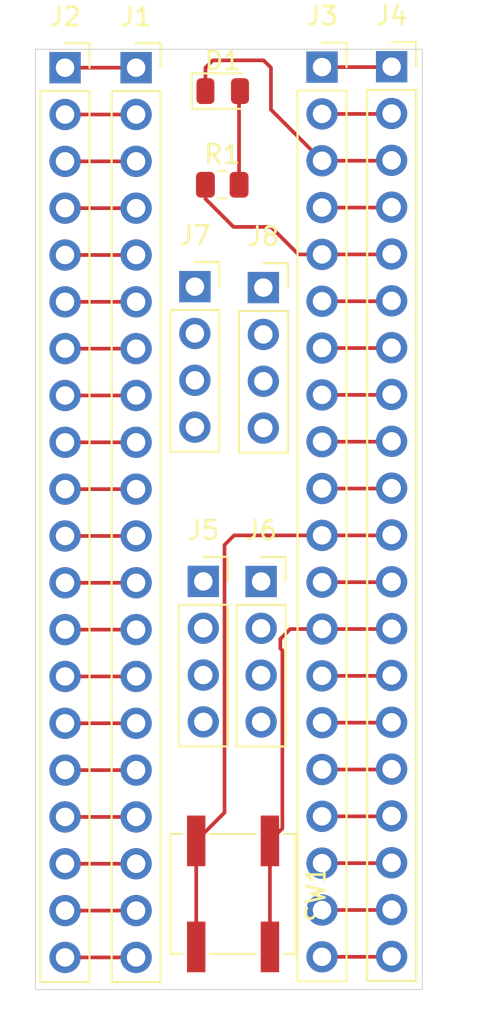
<source format=kicad_pcb>
(kicad_pcb (version 20241229) (generator "pcbnew") (generator_version "9.0")
  (layers (0 "F.Cu" signal) (2 "B.Cu" signal) (13 "F.Paste" user) (15 "B.Paste" user) (5 "F.SilkS" user "F.Silkscreen") (7 "B.SilkS" user "B.Silkscreen") (1 "F.Mask" user) (3 "B.Mask" user) (25 "Edge.Cuts" user))
  (net 0 "")
  (net 1 "Net-(D1-K)")
  (net 2 "Net-(D1-A)")
  (net 3 "Net-(J1-Pin_9)")
  (net 4 "Net-(J1-Pin_16)")
  (net 5 "Net-(J1-Pin_15)")
  (net 6 "Net-(J1-Pin_12)")
  (net 7 "Net-(J1-Pin_17)")
  (net 8 "Net-(J1-Pin_19)")
  (net 9 "Net-(J1-Pin_20)")
  (net 10 "Net-(J1-Pin_13)")
  (net 11 "Net-(J1-Pin_14)")
  (net 12 "Net-(J1-Pin_18)")
  (net 13 "Net-(J1-Pin_5)")
  (net 14 "Net-(J1-Pin_7)")
  (net 15 "Net-(J1-Pin_1)")
  (net 16 "Net-(J1-Pin_8)")
  (net 17 "Net-(J1-Pin_10)")
  (net 18 "Net-(J1-Pin_4)")
  (net 19 "Net-(J1-Pin_2)")
  (net 20 "Net-(J1-Pin_3)")
  (net 21 "Net-(J1-Pin_6)")
  (net 22 "Net-(J1-Pin_11)")
  (net 23 "Net-(J3-Pin_2)")
  (net 24 "Net-(J3-Pin_19)")
  (net 25 "Net-(J3-Pin_13)")
  (net 26 "Net-(J3-Pin_14)")
  (net 27 "Net-(J3-Pin_5)")
  (net 28 "Net-(J3-Pin_11)")
  (net 29 "Net-(J3-Pin_16)")
  (net 30 "Net-(J3-Pin_8)")
  (net 31 "Net-(J3-Pin_9)")
  (net 32 "Net-(J3-Pin_12)")
  (net 33 "Net-(J3-Pin_20)")
  (net 34 "Net-(J3-Pin_4)")
  (net 35 "Net-(J3-Pin_6)")
  (net 36 "Net-(J3-Pin_17)")
  (net 37 "Net-(J3-Pin_18)")
  (net 38 "Net-(J3-Pin_1)")
  (net 39 "Net-(J3-Pin_15)")
  (net 40 "Net-(J3-Pin_7)")
  (net 41 "Net-(J3-Pin_10)")
  (footprint "Connector_PinSocket_2.54mm:PinSocket_1x04_P2.54mm_Vertical" (layer "F.Cu") (at 116.724939 109.14477)
    (property "Reference" "J5" (at 0 -2.77 0) (layer "F.SilkS"))
    (property "Value" "Conn_01x04_Pin")
    (fp_line (start -1.33 1.27) (end -1.33 8.95) (stroke (width 0.12)) (layer "F.SilkS"))
    (fp_line (start -1.33 1.27) (end 1.33 1.27) (stroke (width 0.12)) (layer "F.SilkS"))
    (fp_line (start -1.33 8.95) (end 1.33 8.95) (stroke (width 0.12)) (layer "F.SilkS"))
    (fp_line (start 0 -1.33) (end 1.33 -1.33) (stroke (width 0.12)) (layer "F.SilkS"))
    (fp_line (start 1.33 -1.33) (end 1.33 0) (stroke (width 0.12)) (layer "F.SilkS"))
    (fp_line (start 1.33 1.27) (end 1.33 8.95) (stroke (width 0.12)) (layer "F.SilkS"))
    (pad "1" thru_hole rect (at 0 0) (size 1.7 1.7) (drill 1) (layers "*.Cu" "*.Mask"))
    (pad "2" thru_hole circle (at 0 2.54) (size 1.7 1.7) (drill 1) (layers "*.Cu" "*.Mask"))
    (pad "3" thru_hole circle (at 0 5.08) (size 1.7 1.7) (drill 1) (layers "*.Cu" "*.Mask"))
    (pad "4" thru_hole circle (at 0 7.62) (size 1.7 1.7) (drill 1) (layers "*.Cu" "*.Mask"))
  )
  (footprint "Resistor_SMD:R_0805_2012Metric" (layer "F.Cu") (at 117.7525 87.63)
    (property "Reference" "R1" (at 0 -1.65 0) (layer "F.SilkS"))
    (property "Value" "R")
    (fp_line (start -0.227064 -0.735) (end 0.227064 -0.735) (stroke (width 0.12)) (layer "F.SilkS"))
    (fp_line (start -0.227064 0.735) (end 0.227064 0.735) (stroke (width 0.12)) (layer "F.SilkS"))
    (pad "1" smd roundrect (at -0.9125 0) (size 1.025 1.4) (layers "F.Cu" "F.Mask" "F.Paste") (roundrect_rratio 0.243902) (net 27 "Net-(J3-Pin_5)"))
    (pad "2" smd roundrect (at 0.9125 0) (size 1.025 1.4) (layers "F.Cu" "F.Mask" "F.Paste") (roundrect_rratio 0.243902) (net 2 "Net-(D1-A)"))
  )
  (footprint "Button_Switch_SMD:SW_SPST_B3SL-1002P" (layer "F.Cu") (at 118.340149 126.095098 -90)
    (property "Reference" "SW1" (at 0 -4.5 90) (layer "F.SilkS"))
    (property "Value" "SW_SPST")
    (fp_line (start -3.25 3.4) (end -3.25 2.75) (stroke (width 0.12)) (layer "F.SilkS"))
    (fp_line (start 3.25 3.4) (end -3.25 3.4) (stroke (width 0.12)) (layer "F.SilkS"))
    (fp_line (start 3.25 2.75) (end 3.25 3.4) (stroke (width 0.12)) (layer "F.SilkS"))
    (fp_line (start -3.25 -1.25) (end -3.25 1.25) (stroke (width 0.12)) (layer "F.SilkS"))
    (fp_line (start 3.25 -1.25) (end 3.25 1.25) (stroke (width 0.12)) (layer "F.SilkS"))
    (fp_line (start 3.25 -2.75) (end 3.25 -3.4) (stroke (width 0.12)) (layer "F.SilkS"))
    (fp_line (start -3.25 -3.4) (end -3.25 -2.75) (stroke (width 0.12)) (layer "F.SilkS"))
    (fp_line (start 3.25 -3.4) (end -3.25 -3.4) (stroke (width 0.12)) (layer "F.SilkS"))
    (pad "1" smd rect (at -2.875 -2 270) (size 2.75 1) (layers "F.Cu" "F.Mask" "F.Paste") (net 25 "Net-(J3-Pin_13)"))
    (pad "1" smd rect (at 2.875 -2 270) (size 2.75 1) (layers "F.Cu" "F.Mask" "F.Paste") (net 25 "Net-(J3-Pin_13)"))
    (pad "2" smd rect (at -2.875 2 270) (size 2.75 1) (layers "F.Cu" "F.Mask" "F.Paste") (net 28 "Net-(J3-Pin_11)"))
    (pad "2" smd rect (at 2.875 2 270) (size 2.75 1) (layers "F.Cu" "F.Mask" "F.Paste") (net 28 "Net-(J3-Pin_11)"))
  )
  (footprint "Connector_PinSocket_2.54mm:PinSocket_1x20_P2.54mm_Vertical" (layer "F.Cu") (at 126.946398 81.226398)
    (property "Reference" "J4" (at 0 -2.77 0) (layer "F.SilkS"))
    (property "Value" "Right Breakout")
    (fp_line (start -1.33 1.27) (end -1.33 49.59) (stroke (width 0.12)) (layer "F.SilkS"))
    (fp_line (start -1.33 1.27) (end 1.33 1.27) (stroke (width 0.12)) (layer "F.SilkS"))
    (fp_line (start -1.33 49.59) (end 1.33 49.59) (stroke (width 0.12)) (layer "F.SilkS"))
    (fp_line (start 0 -1.33) (end 1.33 -1.33) (stroke (width 0.12)) (layer "F.SilkS"))
    (fp_line (start 1.33 -1.33) (end 1.33 0) (stroke (width 0.12)) (layer "F.SilkS"))
    (fp_line (start 1.33 1.27) (end 1.33 49.59) (stroke (width 0.12)) (layer "F.SilkS"))
    (pad "1" thru_hole rect (at 0 0) (size 1.7 1.7) (drill 1) (layers "*.Cu" "*.Mask") (net 38 "Net-(J3-Pin_1)"))
    (pad "2" thru_hole circle (at 0 2.54) (size 1.7 1.7) (drill 1) (layers "*.Cu" "*.Mask") (net 23 "Net-(J3-Pin_2)"))
    (pad "3" thru_hole circle (at 0 5.08) (size 1.7 1.7) (drill 1) (layers "*.Cu" "*.Mask") (net 1 "Net-(D1-K)"))
    (pad "4" thru_hole circle (at 0 7.62) (size 1.7 1.7) (drill 1) (layers "*.Cu" "*.Mask") (net 34 "Net-(J3-Pin_4)"))
    (pad "5" thru_hole circle (at 0 10.16) (size 1.7 1.7) (drill 1) (layers "*.Cu" "*.Mask") (net 27 "Net-(J3-Pin_5)"))
    (pad "6" thru_hole circle (at 0 12.7) (size 1.7 1.7) (drill 1) (layers "*.Cu" "*.Mask") (net 35 "Net-(J3-Pin_6)"))
    (pad "7" thru_hole circle (at 0 15.24) (size 1.7 1.7) (drill 1) (layers "*.Cu" "*.Mask") (net 40 "Net-(J3-Pin_7)"))
    (pad "8" thru_hole circle (at 0 17.78) (size 1.7 1.7) (drill 1) (layers "*.Cu" "*.Mask") (net 30 "Net-(J3-Pin_8)"))
    (pad "9" thru_hole circle (at 0 20.32) (size 1.7 1.7) (drill 1) (layers "*.Cu" "*.Mask") (net 31 "Net-(J3-Pin_9)"))
    (pad "10" thru_hole circle (at 0 22.86) (size 1.7 1.7) (drill 1) (layers "*.Cu" "*.Mask") (net 41 "Net-(J3-Pin_10)"))
    (pad "11" thru_hole circle (at 0 25.4) (size 1.7 1.7) (drill 1) (layers "*.Cu" "*.Mask") (net 28 "Net-(J3-Pin_11)"))
    (pad "12" thru_hole circle (at 0 27.94) (size 1.7 1.7) (drill 1) (layers "*.Cu" "*.Mask") (net 32 "Net-(J3-Pin_12)"))
    (pad "13" thru_hole circle (at 0 30.48) (size 1.7 1.7) (drill 1) (layers "*.Cu" "*.Mask") (net 25 "Net-(J3-Pin_13)"))
    (pad "14" thru_hole circle (at 0 33.02) (size 1.7 1.7) (drill 1) (layers "*.Cu" "*.Mask") (net 26 "Net-(J3-Pin_14)"))
    (pad "15" thru_hole circle (at 0 35.56) (size 1.7 1.7) (drill 1) (layers "*.Cu" "*.Mask") (net 39 "Net-(J3-Pin_15)"))
    (pad "16" thru_hole circle (at 0 38.1) (size 1.7 1.7) (drill 1) (layers "*.Cu" "*.Mask") (net 29 "Net-(J3-Pin_16)"))
    (pad "17" thru_hole circle (at 0 40.64) (size 1.7 1.7) (drill 1) (layers "*.Cu" "*.Mask") (net 36 "Net-(J3-Pin_17)"))
    (pad "18" thru_hole circle (at 0 43.18) (size 1.7 1.7) (drill 1) (layers "*.Cu" "*.Mask") (net 37 "Net-(J3-Pin_18)"))
    (pad "19" thru_hole circle (at 0 45.72) (size 1.7 1.7) (drill 1) (layers "*.Cu" "*.Mask") (net 24 "Net-(J3-Pin_19)"))
    (pad "20" thru_hole circle (at 0 48.26) (size 1.7 1.7) (drill 1) (layers "*.Cu" "*.Mask") (net 33 "Net-(J3-Pin_20)"))
  )
  (footprint "Connector_PinSocket_2.54mm:PinSocket_1x04_P2.54mm_Vertical" (layer "F.Cu") (at 119.863941 109.149422)
    (property "Reference" "J6" (at 0 -2.77 0) (layer "F.SilkS"))
    (property "Value" "Conn_01x04_Pin")
    (fp_line (start -1.33 1.27) (end -1.33 8.95) (stroke (width 0.12)) (layer "F.SilkS"))
    (fp_line (start -1.33 1.27) (end 1.33 1.27) (stroke (width 0.12)) (layer "F.SilkS"))
    (fp_line (start -1.33 8.95) (end 1.33 8.95) (stroke (width 0.12)) (layer "F.SilkS"))
    (fp_line (start 0 -1.33) (end 1.33 -1.33) (stroke (width 0.12)) (layer "F.SilkS"))
    (fp_line (start 1.33 -1.33) (end 1.33 0) (stroke (width 0.12)) (layer "F.SilkS"))
    (fp_line (start 1.33 1.27) (end 1.33 8.95) (stroke (width 0.12)) (layer "F.SilkS"))
    (pad "1" thru_hole rect (at 0 0) (size 1.7 1.7) (drill 1) (layers "*.Cu" "*.Mask"))
    (pad "2" thru_hole circle (at 0 2.54) (size 1.7 1.7) (drill 1) (layers "*.Cu" "*.Mask"))
    (pad "3" thru_hole circle (at 0 5.08) (size 1.7 1.7) (drill 1) (layers "*.Cu" "*.Mask"))
    (pad "4" thru_hole circle (at 0 7.62) (size 1.7 1.7) (drill 1) (layers "*.Cu" "*.Mask"))
  )
  (footprint "LED_SMD:LED_0805_2012Metric" (layer "F.Cu") (at 117.7775 82.55)
    (property "Reference" "D1" (at 0 -1.65 0) (layer "F.SilkS"))
    (property "Value" "LED")
    (fp_line (start -1.685 -0.96) (end -1.685 0.96) (stroke (width 0.12)) (layer "F.SilkS"))
    (fp_line (start -1.685 0.96) (end 1 0.96) (stroke (width 0.12)) (layer "F.SilkS"))
    (fp_line (start 1 -0.96) (end -1.685 -0.96) (stroke (width 0.12)) (layer "F.SilkS"))
    (pad "1" smd roundrect (at -0.9375 0) (size 0.975 1.4) (layers "F.Cu" "F.Mask" "F.Paste") (net 1 "Net-(D1-K)"))
    (pad "2" smd roundrect (at 0.9375 0) (size 0.975 1.4) (layers "F.Cu" "F.Mask" "F.Paste") (net 2 "Net-(D1-A)"))
  )
  (footprint "Connector_PinSocket_2.54mm:PinSocket_1x20_P2.54mm_Vertical" (layer "F.Cu") (at 109.22 81.28)
    (property "Reference" "J2" (at 0 -2.77 0) (layer "F.SilkS"))
    (property "Value" "Left Pico")
    (fp_line (start -1.33 1.27) (end -1.33 49.59) (stroke (width 0.12)) (layer "F.SilkS"))
    (fp_line (start -1.33 1.27) (end 1.33 1.27) (stroke (width 0.12)) (layer "F.SilkS"))
    (fp_line (start -1.33 49.59) (end 1.33 49.59) (stroke (width 0.12)) (layer "F.SilkS"))
    (fp_line (start 0 -1.33) (end 1.33 -1.33) (stroke (width 0.12)) (layer "F.SilkS"))
    (fp_line (start 1.33 -1.33) (end 1.33 0) (stroke (width 0.12)) (layer "F.SilkS"))
    (fp_line (start 1.33 1.27) (end 1.33 49.59) (stroke (width 0.12)) (layer "F.SilkS"))
    (pad "1" thru_hole rect (at 0 0) (size 1.7 1.7) (drill 1) (layers "*.Cu" "*.Mask") (net 15 "Net-(J1-Pin_1)"))
    (pad "2" thru_hole circle (at 0 2.54) (size 1.7 1.7) (drill 1) (layers "*.Cu" "*.Mask") (net 19 "Net-(J1-Pin_2)"))
    (pad "3" thru_hole circle (at 0 5.08) (size 1.7 1.7) (drill 1) (layers "*.Cu" "*.Mask") (net 20 "Net-(J1-Pin_3)"))
    (pad "4" thru_hole circle (at 0 7.62) (size 1.7 1.7) (drill 1) (layers "*.Cu" "*.Mask") (net 18 "Net-(J1-Pin_4)"))
    (pad "5" thru_hole circle (at 0 10.16) (size 1.7 1.7) (drill 1) (layers "*.Cu" "*.Mask") (net 13 "Net-(J1-Pin_5)"))
    (pad "6" thru_hole circle (at 0 12.7) (size 1.7 1.7) (drill 1) (layers "*.Cu" "*.Mask") (net 21 "Net-(J1-Pin_6)"))
    (pad "7" thru_hole circle (at 0 15.24) (size 1.7 1.7) (drill 1) (layers "*.Cu" "*.Mask") (net 14 "Net-(J1-Pin_7)"))
    (pad "8" thru_hole circle (at 0 17.78) (size 1.7 1.7) (drill 1) (layers "*.Cu" "*.Mask") (net 16 "Net-(J1-Pin_8)"))
    (pad "9" thru_hole circle (at 0 20.32) (size 1.7 1.7) (drill 1) (layers "*.Cu" "*.Mask") (net 3 "Net-(J1-Pin_9)"))
    (pad "10" thru_hole circle (at 0 22.86) (size 1.7 1.7) (drill 1) (layers "*.Cu" "*.Mask") (net 17 "Net-(J1-Pin_10)"))
    (pad "11" thru_hole circle (at 0 25.4) (size 1.7 1.7) (drill 1) (layers "*.Cu" "*.Mask") (net 22 "Net-(J1-Pin_11)"))
    (pad "12" thru_hole circle (at 0 27.94) (size 1.7 1.7) (drill 1) (layers "*.Cu" "*.Mask") (net 6 "Net-(J1-Pin_12)"))
    (pad "13" thru_hole circle (at 0 30.48) (size 1.7 1.7) (drill 1) (layers "*.Cu" "*.Mask") (net 10 "Net-(J1-Pin_13)"))
    (pad "14" thru_hole circle (at 0 33.02) (size 1.7 1.7) (drill 1) (layers "*.Cu" "*.Mask") (net 11 "Net-(J1-Pin_14)"))
    (pad "15" thru_hole circle (at 0 35.56) (size 1.7 1.7) (drill 1) (layers "*.Cu" "*.Mask") (net 5 "Net-(J1-Pin_15)"))
    (pad "16" thru_hole circle (at 0 38.1) (size 1.7 1.7) (drill 1) (layers "*.Cu" "*.Mask") (net 4 "Net-(J1-Pin_16)"))
    (pad "17" thru_hole circle (at 0 40.64) (size 1.7 1.7) (drill 1) (layers "*.Cu" "*.Mask") (net 7 "Net-(J1-Pin_17)"))
    (pad "18" thru_hole circle (at 0 43.18) (size 1.7 1.7) (drill 1) (layers "*.Cu" "*.Mask") (net 12 "Net-(J1-Pin_18)"))
    (pad "19" thru_hole circle (at 0 45.72) (size 1.7 1.7) (drill 1) (layers "*.Cu" "*.Mask") (net 8 "Net-(J1-Pin_19)"))
    (pad "20" thru_hole circle (at 0 48.26) (size 1.7 1.7) (drill 1) (layers "*.Cu" "*.Mask") (net 9 "Net-(J1-Pin_20)"))
  )
  (footprint "Connector_PinSocket_2.54mm:PinSocket_1x04_P2.54mm_Vertical" (layer "F.Cu") (at 116.267016 93.155605)
    (property "Reference" "J7" (at 0 -2.77 0) (layer "F.SilkS"))
    (property "Value" "Conn_01x04_Pin")
    (fp_line (start -1.33 1.27) (end -1.33 8.95) (stroke (width 0.12)) (layer "F.SilkS"))
    (fp_line (start -1.33 1.27) (end 1.33 1.27) (stroke (width 0.12)) (layer "F.SilkS"))
    (fp_line (start -1.33 8.95) (end 1.33 8.95) (stroke (width 0.12)) (layer "F.SilkS"))
    (fp_line (start 0 -1.33) (end 1.33 -1.33) (stroke (width 0.12)) (layer "F.SilkS"))
    (fp_line (start 1.33 -1.33) (end 1.33 0) (stroke (width 0.12)) (layer "F.SilkS"))
    (fp_line (start 1.33 1.27) (end 1.33 8.95) (stroke (width 0.12)) (layer "F.SilkS"))
    (pad "1" thru_hole rect (at 0 0) (size 1.7 1.7) (drill 1) (layers "*.Cu" "*.Mask"))
    (pad "2" thru_hole circle (at 0 2.54) (size 1.7 1.7) (drill 1) (layers "*.Cu" "*.Mask"))
    (pad "3" thru_hole circle (at 0 5.08) (size 1.7 1.7) (drill 1) (layers "*.Cu" "*.Mask"))
    (pad "4" thru_hole circle (at 0 7.62) (size 1.7 1.7) (drill 1) (layers "*.Cu" "*.Mask"))
  )
  (footprint "Connector_PinSocket_2.54mm:PinSocket_1x20_P2.54mm_Vertical" (layer "F.Cu") (at 113.07776 81.279511)
    (property "Reference" "J1" (at 0 -2.77 0) (layer "F.SilkS"))
    (property "Value" "Left Breakout")
    (fp_line (start -1.33 1.27) (end -1.33 49.59) (stroke (width 0.12)) (layer "F.SilkS"))
    (fp_line (start -1.33 1.27) (end 1.33 1.27) (stroke (width 0.12)) (layer "F.SilkS"))
    (fp_line (start -1.33 49.59) (end 1.33 49.59) (stroke (width 0.12)) (layer "F.SilkS"))
    (fp_line (start 0 -1.33) (end 1.33 -1.33) (stroke (width 0.12)) (layer "F.SilkS"))
    (fp_line (start 1.33 -1.33) (end 1.33 0) (stroke (width 0.12)) (layer "F.SilkS"))
    (fp_line (start 1.33 1.27) (end 1.33 49.59) (stroke (width 0.12)) (layer "F.SilkS"))
    (pad "1" thru_hole rect (at 0 0) (size 1.7 1.7) (drill 1) (layers "*.Cu" "*.Mask") (net 15 "Net-(J1-Pin_1)"))
    (pad "2" thru_hole circle (at 0 2.54) (size 1.7 1.7) (drill 1) (layers "*.Cu" "*.Mask") (net 19 "Net-(J1-Pin_2)"))
    (pad "3" thru_hole circle (at 0 5.08) (size 1.7 1.7) (drill 1) (layers "*.Cu" "*.Mask") (net 20 "Net-(J1-Pin_3)"))
    (pad "4" thru_hole circle (at 0 7.62) (size 1.7 1.7) (drill 1) (layers "*.Cu" "*.Mask") (net 18 "Net-(J1-Pin_4)"))
    (pad "5" thru_hole circle (at 0 10.16) (size 1.7 1.7) (drill 1) (layers "*.Cu" "*.Mask") (net 13 "Net-(J1-Pin_5)"))
    (pad "6" thru_hole circle (at 0 12.7) (size 1.7 1.7) (drill 1) (layers "*.Cu" "*.Mask") (net 21 "Net-(J1-Pin_6)"))
    (pad "7" thru_hole circle (at 0 15.24) (size 1.7 1.7) (drill 1) (layers "*.Cu" "*.Mask") (net 14 "Net-(J1-Pin_7)"))
    (pad "8" thru_hole circle (at 0 17.78) (size 1.7 1.7) (drill 1) (layers "*.Cu" "*.Mask") (net 16 "Net-(J1-Pin_8)"))
    (pad "9" thru_hole circle (at 0 20.32) (size 1.7 1.7) (drill 1) (layers "*.Cu" "*.Mask") (net 3 "Net-(J1-Pin_9)"))
    (pad "10" thru_hole circle (at 0 22.86) (size 1.7 1.7) (drill 1) (layers "*.Cu" "*.Mask") (net 17 "Net-(J1-Pin_10)"))
    (pad "11" thru_hole circle (at 0 25.4) (size 1.7 1.7) (drill 1) (layers "*.Cu" "*.Mask") (net 22 "Net-(J1-Pin_11)"))
    (pad "12" thru_hole circle (at 0 27.94) (size 1.7 1.7) (drill 1) (layers "*.Cu" "*.Mask") (net 6 "Net-(J1-Pin_12)"))
    (pad "13" thru_hole circle (at 0 30.48) (size 1.7 1.7) (drill 1) (layers "*.Cu" "*.Mask") (net 10 "Net-(J1-Pin_13)"))
    (pad "14" thru_hole circle (at 0 33.02) (size 1.7 1.7) (drill 1) (layers "*.Cu" "*.Mask") (net 11 "Net-(J1-Pin_14)"))
    (pad "15" thru_hole circle (at 0 35.56) (size 1.7 1.7) (drill 1) (layers "*.Cu" "*.Mask") (net 5 "Net-(J1-Pin_15)"))
    (pad "16" thru_hole circle (at 0 38.1) (size 1.7 1.7) (drill 1) (layers "*.Cu" "*.Mask") (net 4 "Net-(J1-Pin_16)"))
    (pad "17" thru_hole circle (at 0 40.64) (size 1.7 1.7) (drill 1) (layers "*.Cu" "*.Mask") (net 7 "Net-(J1-Pin_17)"))
    (pad "18" thru_hole circle (at 0 43.18) (size 1.7 1.7) (drill 1) (layers "*.Cu" "*.Mask") (net 12 "Net-(J1-Pin_18)"))
    (pad "19" thru_hole circle (at 0 45.72) (size 1.7 1.7) (drill 1) (layers "*.Cu" "*.Mask") (net 8 "Net-(J1-Pin_19)"))
    (pad "20" thru_hole circle (at 0 48.26) (size 1.7 1.7) (drill 1) (layers "*.Cu" "*.Mask") (net 9 "Net-(J1-Pin_20)"))
  )
  (footprint "Connector_PinSocket_2.54mm:PinSocket_1x20_P2.54mm_Vertical" (layer "F.Cu") (at 123.168559 81.247839)
    (property "Reference" "J3" (at 0 -2.77 0) (layer "F.SilkS"))
    (property "Value" "Right Pico")
    (fp_line (start -1.33 1.27) (end -1.33 49.59) (stroke (width 0.12)) (layer "F.SilkS"))
    (fp_line (start -1.33 1.27) (end 1.33 1.27) (stroke (width 0.12)) (layer "F.SilkS"))
    (fp_line (start -1.33 49.59) (end 1.33 49.59) (stroke (width 0.12)) (layer "F.SilkS"))
    (fp_line (start 0 -1.33) (end 1.33 -1.33) (stroke (width 0.12)) (layer "F.SilkS"))
    (fp_line (start 1.33 -1.33) (end 1.33 0) (stroke (width 0.12)) (layer "F.SilkS"))
    (fp_line (start 1.33 1.27) (end 1.33 49.59) (stroke (width 0.12)) (layer "F.SilkS"))
    (pad "1" thru_hole rect (at 0 0) (size 1.7 1.7) (drill 1) (layers "*.Cu" "*.Mask") (net 38 "Net-(J3-Pin_1)"))
    (pad "2" thru_hole circle (at 0 2.54) (size 1.7 1.7) (drill 1) (layers "*.Cu" "*.Mask") (net 23 "Net-(J3-Pin_2)"))
    (pad "3" thru_hole circle (at 0 5.08) (size 1.7 1.7) (drill 1) (layers "*.Cu" "*.Mask") (net 1 "Net-(D1-K)"))
    (pad "4" thru_hole circle (at 0 7.62) (size 1.7 1.7) (drill 1) (layers "*.Cu" "*.Mask") (net 34 "Net-(J3-Pin_4)"))
    (pad "5" thru_hole circle (at 0 10.16) (size 1.7 1.7) (drill 1) (layers "*.Cu" "*.Mask") (net 27 "Net-(J3-Pin_5)"))
    (pad "6" thru_hole circle (at 0 12.7) (size 1.7 1.7) (drill 1) (layers "*.Cu" "*.Mask") (net 35 "Net-(J3-Pin_6)"))
    (pad "7" thru_hole circle (at 0 15.24) (size 1.7 1.7) (drill 1) (layers "*.Cu" "*.Mask") (net 40 "Net-(J3-Pin_7)"))
    (pad "8" thru_hole circle (at 0 17.78) (size 1.7 1.7) (drill 1) (layers "*.Cu" "*.Mask") (net 30 "Net-(J3-Pin_8)"))
    (pad "9" thru_hole circle (at 0 20.32) (size 1.7 1.7) (drill 1) (layers "*.Cu" "*.Mask") (net 31 "Net-(J3-Pin_9)"))
    (pad "10" thru_hole circle (at 0 22.86) (size 1.7 1.7) (drill 1) (layers "*.Cu" "*.Mask") (net 41 "Net-(J3-Pin_10)"))
    (pad "11" thru_hole circle (at 0 25.4) (size 1.7 1.7) (drill 1) (layers "*.Cu" "*.Mask") (net 28 "Net-(J3-Pin_11)"))
    (pad "12" thru_hole circle (at 0 27.94) (size 1.7 1.7) (drill 1) (layers "*.Cu" "*.Mask") (net 32 "Net-(J3-Pin_12)"))
    (pad "13" thru_hole circle (at 0 30.48) (size 1.7 1.7) (drill 1) (layers "*.Cu" "*.Mask") (net 25 "Net-(J3-Pin_13)"))
    (pad "14" thru_hole circle (at 0 33.02) (size 1.7 1.7) (drill 1) (layers "*.Cu" "*.Mask") (net 26 "Net-(J3-Pin_14)"))
    (pad "15" thru_hole circle (at 0 35.56) (size 1.7 1.7) (drill 1) (layers "*.Cu" "*.Mask") (net 39 "Net-(J3-Pin_15)"))
    (pad "16" thru_hole circle (at 0 38.1) (size 1.7 1.7) (drill 1) (layers "*.Cu" "*.Mask") (net 29 "Net-(J3-Pin_16)"))
    (pad "17" thru_hole circle (at 0 40.64) (size 1.7 1.7) (drill 1) (layers "*.Cu" "*.Mask") (net 36 "Net-(J3-Pin_17)"))
    (pad "18" thru_hole circle (at 0 43.18) (size 1.7 1.7) (drill 1) (layers "*.Cu" "*.Mask") (net 37 "Net-(J3-Pin_18)"))
    (pad "19" thru_hole circle (at 0 45.72) (size 1.7 1.7) (drill 1) (layers "*.Cu" "*.Mask") (net 24 "Net-(J3-Pin_19)"))
    (pad "20" thru_hole circle (at 0 48.26) (size 1.7 1.7) (drill 1) (layers "*.Cu" "*.Mask") (net 33 "Net-(J3-Pin_20)"))
  )
  (footprint "Connector_PinSocket_2.54mm:PinSocket_1x04_P2.54mm_Vertical" (layer "F.Cu") (at 119.984672 93.208296)
    (property "Reference" "J8" (at 0 -2.77 0) (layer "F.SilkS"))
    (property "Value" "Conn_01x04_Pin")
    (fp_line (start -1.33 1.27) (end -1.33 8.95) (stroke (width 0.12)) (layer "F.SilkS"))
    (fp_line (start -1.33 1.27) (end 1.33 1.27) (stroke (width 0.12)) (layer "F.SilkS"))
    (fp_line (start -1.33 8.95) (end 1.33 8.95) (stroke (width 0.12)) (layer "F.SilkS"))
    (fp_line (start 0 -1.33) (end 1.33 -1.33) (stroke (width 0.12)) (layer "F.SilkS"))
    (fp_line (start 1.33 -1.33) (end 1.33 0) (stroke (width 0.12)) (layer "F.SilkS"))
    (fp_line (start 1.33 1.27) (end 1.33 8.95) (stroke (width 0.12)) (layer "F.SilkS"))
    (pad "1" thru_hole rect (at 0 0) (size 1.7 1.7) (drill 1) (layers "*.Cu" "*.Mask"))
    (pad "2" thru_hole circle (at 0 2.54) (size 1.7 1.7) (drill 1) (layers "*.Cu" "*.Mask"))
    (pad "3" thru_hole circle (at 0 5.08) (size 1.7 1.7) (drill 1) (layers "*.Cu" "*.Mask"))
    (pad "4" thru_hole circle (at 0 7.62) (size 1.7 1.7) (drill 1) (layers "*.Cu" "*.Mask"))
  )
  (gr_rect (start 107.61 80.28) (end 128.61 131.28) (stroke (width 0.05)) (fill no) (layer "Edge.Cuts"))
  (segment (start 120.396 81.28) (end 119.997 80.881) (width 0.2) (layer "F.Cu") (net 1))
  (segment (start 120.396 83.55528) (end 120.396 81.28) (width 0.2) (layer "F.Cu") (net 1))
  (segment (start 123.168559 86.327839) (end 120.396 83.55528) (width 0.2) (layer "F.Cu") (net 1))
  (segment (start 126.924957 86.327839) (end 126.946398 86.306398) (width 0.2) (layer "F.Cu") (net 1))
  (segment (start 123.168559 86.327839) (end 126.924957 86.327839) (width 0.2) (layer "F.Cu") (net 1))
  (segment (start 116.84 81.28) (end 116.84 82.55) (width 0.2) (layer "F.Cu") (net 1))
  (segment (start 117.239 80.881) (end 116.84 81.28) (width 0.2) (layer "F.Cu") (net 1))
  (segment (start 119.997 80.881) (end 117.239 80.881) (width 0.2) (layer "F.Cu") (net 1))
  (segment (start 118.665 87.63) (end 118.665 82.6) (width 0.2) (layer "F.Cu") (net 2))
  (segment (start 118.665 82.6) (end 118.715 82.55) (width 0.2) (layer "F.Cu") (net 2))
  (segment (start 109.22 101.6) (end 113.077271 101.6) (width 0.2) (layer "F.Cu") (net 3))
  (segment (start 113.077271 101.6) (end 113.07776 101.599511) (width 0.2) (layer "F.Cu") (net 3))
  (segment (start 113.077271 119.38) (end 113.07776 119.379511) (width 0.2) (layer "F.Cu") (net 4))
  (segment (start 109.22 119.38) (end 113.077271 119.38) (width 0.2) (layer "F.Cu") (net 4))
  (segment (start 110.490489 116.839511) (end 113.07776 116.839511) (width 0.2) (layer "F.Cu") (net 5))
  (segment (start 109.22 116.84) (end 110.49 116.84) (width 0.2) (layer "F.Cu") (net 5))
  (segment (start 110.49 116.84) (end 110.490489 116.839511) (width 0.2) (layer "F.Cu") (net 5))
  (segment (start 110.49 109.22) (end 110.490489 109.219511) (width 0.2) (layer "F.Cu") (net 6))
  (segment (start 110.490489 109.219511) (end 113.07776 109.219511) (width 0.2) (layer "F.Cu") (net 6))
  (segment (start 109.22 109.22) (end 110.49 109.22) (width 0.2) (layer "F.Cu") (net 6))
  (segment (start 109.22 121.92) (end 113.077271 121.92) (width 0.2) (layer "F.Cu") (net 7))
  (segment (start 113.077271 121.92) (end 113.07776 121.919511) (width 0.2) (layer "F.Cu") (net 7))
  (segment (start 109.22 127) (end 110.49 127) (width 0.2) (layer "F.Cu") (net 8))
  (segment (start 110.49 127) (end 110.490489 126.999511) (width 0.2) (layer "F.Cu") (net 8))
  (segment (start 110.490489 126.999511) (end 113.07776 126.999511) (width 0.2) (layer "F.Cu") (net 8))
  (segment (start 109.22 129.54) (end 110.49 129.54) (width 0.2) (layer "F.Cu") (net 9))
  (segment (start 110.49 129.54) (end 110.490489 129.539511) (width 0.2) (layer "F.Cu") (net 9))
  (segment (start 110.490489 129.539511) (end 113.07776 129.539511) (width 0.2) (layer "F.Cu") (net 9))
  (segment (start 109.22 111.76) (end 113.077271 111.76) (width 0.2) (layer "F.Cu") (net 10))
  (segment (start 113.077271 111.76) (end 113.07776 111.759511) (width 0.2) (layer "F.Cu") (net 10))
  (segment (start 109.22 114.3) (end 110.49 114.3) (width 0.2) (layer "F.Cu") (net 11))
  (segment (start 110.490489 114.299511) (end 113.07776 114.299511) (width 0.2) (layer "F.Cu") (net 11))
  (segment (start 110.49 114.3) (end 110.490489 114.299511) (width 0.2) (layer "F.Cu") (net 11))
  (segment (start 113.077271 124.46) (end 113.07776 124.459511) (width 0.2) (layer "F.Cu") (net 12))
  (segment (start 109.22 124.46) (end 113.077271 124.46) (width 0.2) (layer "F.Cu") (net 12))
  (segment (start 109.22 91.44) (end 113.077271 91.44) (width 0.2) (layer "F.Cu") (net 13))
  (segment (start 113.077271 91.44) (end 113.07776 91.439511) (width 0.2) (layer "F.Cu") (net 13))
  (segment (start 109.22 96.52) (end 110.49 96.52) (width 0.2) (layer "F.Cu") (net 14))
  (segment (start 110.490489 96.519511) (end 113.07776 96.519511) (width 0.2) (layer "F.Cu") (net 14))
  (segment (start 110.49 96.52) (end 110.490489 96.519511) (width 0.2) (layer "F.Cu") (net 14))
  (segment (start 110.49 81.28) (end 110.490489 81.279511) (width 0.2) (layer "F.Cu") (net 15))
  (segment (start 109.22 81.28) (end 110.49 81.28) (width 0.2) (layer "F.Cu") (net 15))
  (segment (start 110.490489 81.279511) (end 113.07776 81.279511) (width 0.2) (layer "F.Cu") (net 15))
  (segment (start 110.49 99.06) (end 110.490489 99.059511) (width 0.2) (layer "F.Cu") (net 16))
  (segment (start 110.490489 99.059511) (end 113.07776 99.059511) (width 0.2) (layer "F.Cu") (net 16))
  (segment (start 109.22 99.06) (end 110.49 99.06) (width 0.2) (layer "F.Cu") (net 16))
  (segment (start 110.490489 104.139511) (end 113.07776 104.139511) (width 0.2) (layer "F.Cu") (net 17))
  (segment (start 109.22 104.14) (end 110.49 104.14) (width 0.2) (layer "F.Cu") (net 17))
  (segment (start 110.49 104.14) (end 110.490489 104.139511) (width 0.2) (layer "F.Cu") (net 17))
  (segment (start 110.490489 88.899511) (end 113.07776 88.899511) (width 0.2) (layer "F.Cu") (net 18))
  (segment (start 109.22 88.9) (end 110.49 88.9) (width 0.2) (layer "F.Cu") (net 18))
  (segment (start 110.49 88.9) (end 110.490489 88.899511) (width 0.2) (layer "F.Cu") (net 18))
  (segment (start 109.22 83.82) (end 110.49 83.82) (width 0.2) (layer "F.Cu") (net 19))
  (segment (start 110.490489 83.819511) (end 113.07776 83.819511) (width 0.2) (layer "F.Cu") (net 19))
  (segment (start 110.49 83.82) (end 110.490489 83.819511) (width 0.2) (layer "F.Cu") (net 19))
  (segment (start 113.077271 86.36) (end 113.07776 86.359511) (width 0.2) (layer "F.Cu") (net 20))
  (segment (start 109.22 86.36) (end 113.077271 86.36) (width 0.2) (layer "F.Cu") (net 20))
  (segment (start 110.49 93.98) (end 110.490489 93.979511) (width 0.2) (layer "F.Cu") (net 21))
  (segment (start 109.22 93.98) (end 110.49 93.98) (width 0.2) (layer "F.Cu") (net 21))
  (segment (start 110.490489 93.979511) (end 113.07776 93.979511) (width 0.2) (layer "F.Cu") (net 21))
  (segment (start 109.22 106.68) (end 110.49 106.68) (width 0.2) (layer "F.Cu") (net 22))
  (segment (start 110.490489 106.679511) (end 113.07776 106.679511) (width 0.2) (layer "F.Cu") (net 22))
  (segment (start 110.49 106.68) (end 110.490489 106.679511) (width 0.2) (layer "F.Cu") (net 22))
  (segment (start 126.924957 83.787839) (end 126.946398 83.766398) (width 0.2) (layer "F.Cu") (net 23))
  (segment (start 123.168559 83.787839) (end 126.924957 83.787839) (width 0.2) (layer "F.Cu") (net 23))
  (segment (start 123.168559 126.967839) (end 126.924957 126.967839) (width 0.2) (layer "F.Cu") (net 24))
  (segment (start 126.924957 126.967839) (end 126.946398 126.946398) (width 0.2) (layer "F.Cu") (net 24))
  (segment (start 121.014941 122.545306) (end 121.014941 112.886941) (width 0.2) (layer "F.Cu") (net 25))
  (segment (start 126.924957 111.727839) (end 126.946398 111.706398) (width 0.2) (layer "F.Cu") (net 25))
  (segment (start 121.014941 112.886941) (end 120.904 112.776) (width 0.2) (layer "F.Cu") (net 25))
  (segment (start 120.340149 123.220098) (end 121.014941 122.545306) (width 0.2) (layer "F.Cu") (net 25))
  (segment (start 121.444161 111.727839) (end 123.168559 111.727839) (width 0.2) (layer "F.Cu") (net 25))
  (segment (start 120.340149 128.970098) (end 120.340149 123.220098) (width 0.2) (layer "F.Cu") (net 25))
  (segment (start 120.904 112.268) (end 121.444161 111.727839) (width 0.2) (layer "F.Cu") (net 25))
  (segment (start 120.904 112.776) (end 120.904 112.268) (width 0.2) (layer "F.Cu") (net 25))
  (segment (start 123.168559 111.727839) (end 126.924957 111.727839) (width 0.2) (layer "F.Cu") (net 25))
  (segment (start 126.924957 114.267839) (end 126.946398 114.246398) (width 0.2) (layer "F.Cu") (net 26))
  (segment (start 123.168559 114.267839) (end 126.924957 114.267839) (width 0.2) (layer "F.Cu") (net 26))
  (segment (start 126.924957 91.407839) (end 126.946398 91.386398) (width 0.2) (layer "F.Cu") (net 27))
  (segment (start 123.168559 91.407839) (end 126.924957 91.407839) (width 0.2) (layer "F.Cu") (net 27))
  (segment (start 116.84 88.392) (end 116.84 87.63) (width 0.2) (layer "F.Cu") (net 27))
  (segment (start 121.887839 91.407839) (end 120.396 89.916) (width 0.2) (layer "F.Cu") (net 27))
  (segment (start 118.364 89.916) (end 116.84 88.392) (width 0.2) (layer "F.Cu") (net 27))
  (segment (start 120.396 89.916) (end 118.364 89.916) (width 0.2) (layer "F.Cu") (net 27))
  (segment (start 123.168559 91.407839) (end 121.887839 91.407839) (width 0.2) (layer "F.Cu") (net 27))
  (segment (start 116.340149 128.970098) (end 116.340149 123.220098) (width 0.2) (layer "F.Cu") (net 28))
  (segment (start 117.875939 107.168061) (end 118.396161 106.647839) (width 0.2) (layer "F.Cu") (net 28))
  (segment (start 118.396161 106.647839) (end 123.168559 106.647839) (width 0.2) (layer "F.Cu") (net 28))
  (segment (start 117.875939 121.684308) (end 117.875939 107.168061) (width 0.2) (layer "F.Cu") (net 28))
  (segment (start 116.340149 123.220098) (end 117.875939 121.684308) (width 0.2) (layer "F.Cu") (net 28))
  (segment (start 126.924957 106.647839) (end 126.946398 106.626398) (width 0.2) (layer "F.Cu") (net 28))
  (segment (start 123.168559 106.647839) (end 126.924957 106.647839) (width 0.2) (layer "F.Cu") (net 28))
  (segment (start 126.924957 119.347839) (end 126.946398 119.326398) (width 0.2) (layer "F.Cu") (net 29))
  (segment (start 123.168559 119.347839) (end 126.924957 119.347839) (width 0.2) (layer "F.Cu") (net 29))
  (segment (start 126.924957 99.027839) (end 126.946398 99.006398) (width 0.2) (layer "F.Cu") (net 30))
  (segment (start 123.168559 99.027839) (end 126.924957 99.027839) (width 0.2) (layer "F.Cu") (net 30))
  (segment (start 126.924957 101.567839) (end 126.946398 101.546398) (width 0.2) (layer "F.Cu") (net 31))
  (segment (start 123.168559 101.567839) (end 126.924957 101.567839) (width 0.2) (layer "F.Cu") (net 31))
  (segment (start 126.924957 109.187839) (end 126.946398 109.166398) (width 0.2) (layer "F.Cu") (net 32))
  (segment (start 123.168559 109.187839) (end 126.924957 109.187839) (width 0.2) (layer "F.Cu") (net 32))
  (segment (start 126.924957 129.507839) (end 126.946398 129.486398) (width 0.2) (layer "F.Cu") (net 33))
  (segment (start 123.168559 129.507839) (end 126.924957 129.507839) (width 0.2) (layer "F.Cu") (net 33))
  (segment (start 126.924957 88.867839) (end 126.946398 88.846398) (width 0.2) (layer "F.Cu") (net 34))
  (segment (start 123.168559 88.867839) (end 126.924957 88.867839) (width 0.2) (layer "F.Cu") (net 34))
  (segment (start 126.924957 93.947839) (end 126.946398 93.926398) (width 0.2) (layer "F.Cu") (net 35))
  (segment (start 123.168559 93.947839) (end 126.924957 93.947839) (width 0.2) (layer "F.Cu") (net 35))
  (segment (start 126.924957 121.887839) (end 126.946398 121.866398) (width 0.2) (layer "F.Cu") (net 36))
  (segment (start 123.168559 121.887839) (end 126.924957 121.887839) (width 0.2) (layer "F.Cu") (net 36))
  (segment (start 123.168559 124.427839) (end 126.924957 124.427839) (width 0.2) (layer "F.Cu") (net 37))
  (segment (start 126.924957 124.427839) (end 126.946398 124.406398) (width 0.2) (layer "F.Cu") (net 37))
  (segment (start 123.168559 81.247839) (end 126.924957 81.247839) (width 0.2) (layer "F.Cu") (net 38))
  (segment (start 126.924957 81.247839) (end 126.946398 81.226398) (width 0.2) (layer "F.Cu") (net 38))
  (segment (start 123.168559 116.807839) (end 126.924957 116.807839) (width 0.2) (layer "F.Cu") (net 39))
  (segment (start 126.924957 116.807839) (end 126.946398 116.786398) (width 0.2) (layer "F.Cu") (net 39))
  (segment (start 126.924957 96.487839) (end 126.946398 96.466398) (width 0.2) (layer "F.Cu") (net 40))
  (segment (start 123.168559 96.487839) (end 126.924957 96.487839) (width 0.2) (layer "F.Cu") (net 40))
  (segment (start 123.168559 104.107839) (end 126.924957 104.107839) (width 0.2) (layer "F.Cu") (net 41))
  (segment (start 126.924957 104.107839) (end 126.946398 104.086398) (width 0.2) (layer "F.Cu") (net 41))
)
</source>
